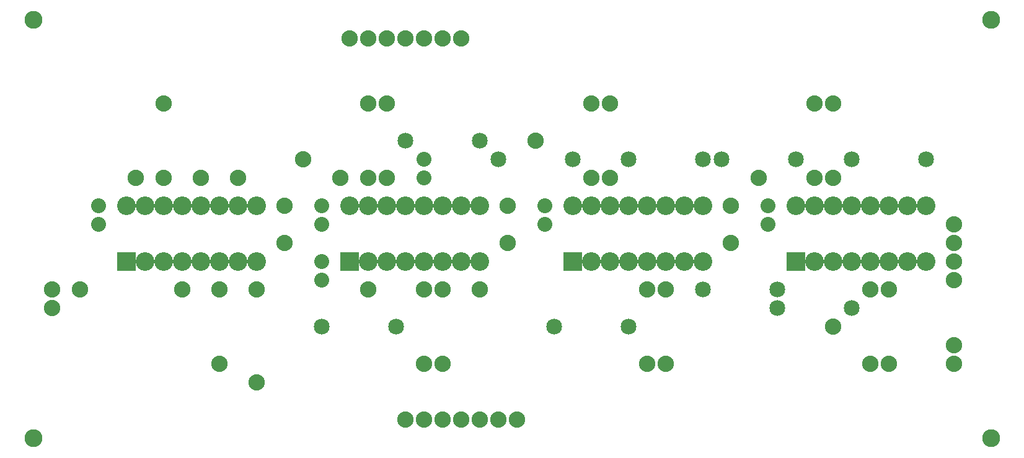
<source format=gbs>
G04 MADE WITH FRITZING*
G04 WWW.FRITZING.ORG*
G04 DOUBLE SIDED*
G04 HOLES PLATED*
G04 CONTOUR ON CENTER OF CONTOUR VECTOR*
%ASAXBY*%
%FSLAX23Y23*%
%MOIN*%
%OFA0B0*%
%SFA1.0B1.0*%
%ADD10C,0.096614*%
%ADD11C,0.080000*%
%ADD12C,0.085000*%
%ADD13C,0.100551*%
%ADD14C,0.088000*%
%ADD15R,0.100551X0.100551*%
%LNMASK0*%
G90*
G70*
G54D10*
X5263Y124D03*
X5263Y2374D03*
X113Y124D03*
X113Y2374D03*
G54D11*
X2213Y1624D03*
X2213Y1524D03*
X2863Y1374D03*
X2863Y1274D03*
X1663Y1374D03*
X1663Y1274D03*
X4063Y1374D03*
X4063Y1274D03*
X463Y1374D03*
X463Y1274D03*
G54D12*
X1663Y724D03*
X2063Y724D03*
X3313Y1624D03*
X3713Y1624D03*
X2613Y1624D03*
X3013Y1624D03*
X2113Y1724D03*
X2513Y1724D03*
X3813Y1624D03*
X4213Y1624D03*
X4513Y1624D03*
X4913Y1624D03*
X4113Y824D03*
X4513Y824D03*
X3713Y924D03*
X4113Y924D03*
X2913Y724D03*
X3313Y724D03*
G54D11*
X1663Y1074D03*
X1663Y974D03*
G54D13*
X613Y1074D03*
X613Y1374D03*
X713Y1074D03*
X713Y1374D03*
X813Y1074D03*
X813Y1374D03*
X913Y1074D03*
X913Y1374D03*
X1013Y1074D03*
X1013Y1374D03*
X1113Y1074D03*
X1113Y1374D03*
X1213Y1074D03*
X1213Y1374D03*
X1313Y1074D03*
X1313Y1374D03*
X1813Y1074D03*
X1813Y1374D03*
X1913Y1074D03*
X1913Y1374D03*
X2013Y1074D03*
X2013Y1374D03*
X2113Y1074D03*
X2113Y1374D03*
X2213Y1074D03*
X2213Y1374D03*
X2313Y1074D03*
X2313Y1374D03*
X2413Y1074D03*
X2413Y1374D03*
X2513Y1074D03*
X2513Y1374D03*
X3013Y1074D03*
X3013Y1374D03*
X3113Y1074D03*
X3113Y1374D03*
X3213Y1074D03*
X3213Y1374D03*
X3313Y1074D03*
X3313Y1374D03*
X3413Y1074D03*
X3413Y1374D03*
X3513Y1074D03*
X3513Y1374D03*
X3613Y1074D03*
X3613Y1374D03*
X3713Y1074D03*
X3713Y1374D03*
X4213Y1074D03*
X4213Y1374D03*
X4313Y1074D03*
X4313Y1374D03*
X4413Y1074D03*
X4413Y1374D03*
X4513Y1074D03*
X4513Y1374D03*
X4613Y1074D03*
X4613Y1374D03*
X4713Y1074D03*
X4713Y1374D03*
X4813Y1074D03*
X4813Y1374D03*
X4913Y1074D03*
X4913Y1374D03*
G54D14*
X1563Y1624D03*
X1563Y1624D03*
X1913Y924D03*
X1913Y924D03*
X3863Y1374D03*
X3863Y1374D03*
X3863Y1174D03*
X3863Y1174D03*
X1463Y1174D03*
X1463Y1174D03*
X1463Y1374D03*
X1463Y1374D03*
X2663Y1374D03*
X2663Y1374D03*
X2663Y1174D03*
X2663Y1174D03*
X2113Y224D03*
X2213Y224D03*
X2313Y224D03*
X2413Y224D03*
X2513Y224D03*
X2613Y224D03*
X2713Y224D03*
X2113Y224D03*
X2213Y224D03*
X2313Y224D03*
X2413Y224D03*
X2513Y224D03*
X2613Y224D03*
X2713Y224D03*
X1813Y2274D03*
X1913Y2274D03*
X2013Y2274D03*
X2113Y2274D03*
X2213Y2274D03*
X2313Y2274D03*
X2413Y2274D03*
X1813Y2274D03*
X1913Y2274D03*
X2013Y2274D03*
X2113Y2274D03*
X2213Y2274D03*
X2313Y2274D03*
X2413Y2274D03*
X2213Y924D03*
X2313Y924D03*
X2213Y924D03*
X2313Y924D03*
X3413Y524D03*
X3513Y524D03*
X3413Y524D03*
X3513Y524D03*
X4613Y924D03*
X4713Y924D03*
X4613Y924D03*
X4713Y924D03*
X4613Y524D03*
X4713Y524D03*
X4613Y524D03*
X4713Y524D03*
X2213Y524D03*
X2313Y524D03*
X2213Y524D03*
X2313Y524D03*
X3413Y924D03*
X3513Y924D03*
X3413Y924D03*
X3513Y924D03*
X4313Y1524D03*
X4413Y1524D03*
X4313Y1524D03*
X4413Y1524D03*
X4313Y1924D03*
X4413Y1924D03*
X4313Y1924D03*
X4413Y1924D03*
X3113Y1524D03*
X3213Y1524D03*
X3113Y1524D03*
X3213Y1524D03*
X1913Y1924D03*
X2013Y1924D03*
X1913Y1924D03*
X2013Y1924D03*
X3113Y1924D03*
X3213Y1924D03*
X3113Y1924D03*
X3213Y1924D03*
X1913Y1524D03*
X2013Y1524D03*
X1913Y1524D03*
X2013Y1524D03*
X5063Y624D03*
X5063Y524D03*
X5063Y624D03*
X5063Y524D03*
X213Y924D03*
X213Y824D03*
X213Y924D03*
X213Y824D03*
X1113Y924D03*
X1113Y924D03*
X1113Y524D03*
X1113Y524D03*
X4013Y1524D03*
X4013Y1524D03*
X2813Y1724D03*
X2813Y1724D03*
X1763Y1524D03*
X1763Y1524D03*
X663Y1524D03*
X663Y1524D03*
X1313Y424D03*
X1313Y424D03*
X4413Y724D03*
X4413Y724D03*
X1313Y924D03*
X1313Y924D03*
X2513Y924D03*
X2513Y924D03*
X813Y1924D03*
X813Y1924D03*
X363Y924D03*
X363Y924D03*
X1213Y1524D03*
X1213Y1524D03*
X1013Y1524D03*
X1013Y1524D03*
X913Y924D03*
X913Y924D03*
X813Y1524D03*
X813Y1524D03*
X5063Y1274D03*
X5063Y1174D03*
X5063Y1074D03*
X5063Y974D03*
G54D15*
X613Y1074D03*
X1813Y1074D03*
X3013Y1074D03*
X4213Y1074D03*
G04 End of Mask0*
M02*
</source>
